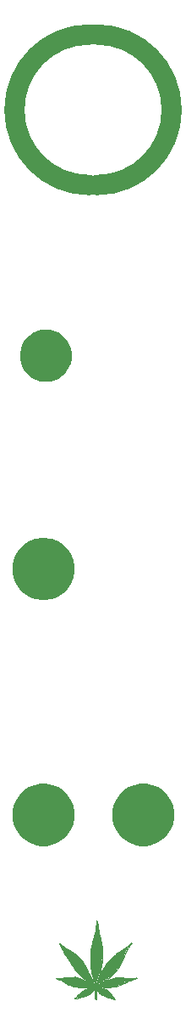
<source format=gbr>
G04 #@! TF.GenerationSoftware,KiCad,Pcbnew,(5.1.5-0)*
G04 #@! TF.CreationDate,2021-01-20T00:49:02-08:00*
G04 #@! TF.ProjectId,bong0,626f6e67-302e-46b6-9963-61645f706362,rev?*
G04 #@! TF.SameCoordinates,Original*
G04 #@! TF.FileFunction,Soldermask,Top*
G04 #@! TF.FilePolarity,Negative*
%FSLAX46Y46*%
G04 Gerber Fmt 4.6, Leading zero omitted, Abs format (unit mm)*
G04 Created by KiCad (PCBNEW (5.1.5-0)) date 2021-01-20 00:49:02*
%MOMM*%
%LPD*%
G04 APERTURE LIST*
%ADD10C,2.000000*%
%ADD11C,0.100000*%
%ADD12C,0.000002*%
%ADD13C,0.001000*%
G04 APERTURE END LIST*
D10*
X10350000Y-23000000D02*
G75*
G02X10350000Y-38000000I0J-7500000D01*
G01*
X9600000Y-38000000D02*
G75*
G02X9600000Y-23000000I0J7500000D01*
G01*
D11*
G36*
X10910400Y-117997650D02*
G01*
X11462850Y-118277050D01*
X11789875Y-118604075D01*
X11924813Y-118834263D01*
X12156588Y-119104138D01*
X11850200Y-119020000D01*
X11596200Y-118943800D01*
X11418400Y-118880300D01*
X11043750Y-118746950D01*
X10684975Y-118553275D01*
X10424625Y-118267525D01*
X10300800Y-118105600D01*
X10364300Y-118143700D01*
X10338900Y-118080200D01*
X10402400Y-117908750D01*
X10910400Y-117997650D01*
G37*
X10910400Y-117997650D02*
X11462850Y-118277050D01*
X11789875Y-118604075D01*
X11924813Y-118834263D01*
X12156588Y-119104138D01*
X11850200Y-119020000D01*
X11596200Y-118943800D01*
X11418400Y-118880300D01*
X11043750Y-118746950D01*
X10684975Y-118553275D01*
X10424625Y-118267525D01*
X10300800Y-118105600D01*
X10364300Y-118143700D01*
X10338900Y-118080200D01*
X10402400Y-117908750D01*
X10910400Y-117997650D01*
G36*
X10116650Y-118016700D02*
G01*
X9748350Y-118448500D01*
X9310200Y-118721550D01*
X8929200Y-118861250D01*
X8179900Y-119026350D01*
X8662500Y-118499300D01*
X9056200Y-118232600D01*
X9424500Y-118029400D01*
X9894400Y-117953200D01*
X9919800Y-117953200D01*
X10116650Y-118016700D01*
G37*
X10116650Y-118016700D02*
X9748350Y-118448500D01*
X9310200Y-118721550D01*
X8929200Y-118861250D01*
X8179900Y-119026350D01*
X8662500Y-118499300D01*
X9056200Y-118232600D01*
X9424500Y-118029400D01*
X9894400Y-117953200D01*
X9919800Y-117953200D01*
X10116650Y-118016700D01*
G36*
X13323400Y-116988000D02*
G01*
X13755200Y-117013400D01*
X14333207Y-117023943D01*
X13653600Y-117178500D01*
X13221800Y-117369000D01*
X12878900Y-117584900D01*
X12459800Y-117750000D01*
X11926400Y-117838900D01*
X11481900Y-117864300D01*
X10904050Y-117845250D01*
X10326200Y-117826200D01*
X10262700Y-117750000D01*
X10478600Y-117686500D01*
X10485585Y-117635700D01*
X10801815Y-117508700D01*
X11335850Y-117280100D01*
X11888300Y-117076900D01*
X12282000Y-116962600D01*
X12726500Y-116962600D01*
X13323400Y-116988000D01*
G37*
X13323400Y-116988000D02*
X13755200Y-117013400D01*
X14333207Y-117023943D01*
X13653600Y-117178500D01*
X13221800Y-117369000D01*
X12878900Y-117584900D01*
X12459800Y-117750000D01*
X11926400Y-117838900D01*
X11481900Y-117864300D01*
X10904050Y-117845250D01*
X10326200Y-117826200D01*
X10262700Y-117750000D01*
X10478600Y-117686500D01*
X10485585Y-117635700D01*
X10801815Y-117508700D01*
X11335850Y-117280100D01*
X11888300Y-117076900D01*
X12282000Y-116962600D01*
X12726500Y-116962600D01*
X13323400Y-116988000D01*
G36*
X13310700Y-114333700D02*
G01*
X13069400Y-114829000D01*
X12866200Y-115286200D01*
X12605850Y-115806900D01*
X12332800Y-116162500D01*
X12021650Y-116575250D01*
X11551750Y-116968950D01*
X11050100Y-117305500D01*
X9945200Y-117902400D01*
X9970600Y-117572200D01*
X10275400Y-117521400D01*
X10523050Y-117083250D01*
X10738950Y-116619700D01*
X10904050Y-116289500D01*
X11088200Y-115997400D01*
X11253300Y-115679900D01*
X11532700Y-115324300D01*
X11812100Y-115006800D01*
X12142300Y-114714700D01*
X12485200Y-114486100D01*
X12866200Y-114232100D01*
X13259900Y-113965400D01*
X13793300Y-113571700D01*
X13310700Y-114333700D01*
G37*
X13310700Y-114333700D02*
X13069400Y-114829000D01*
X12866200Y-115286200D01*
X12605850Y-115806900D01*
X12332800Y-116162500D01*
X12021650Y-116575250D01*
X11551750Y-116968950D01*
X11050100Y-117305500D01*
X9945200Y-117902400D01*
X9970600Y-117572200D01*
X10275400Y-117521400D01*
X10523050Y-117083250D01*
X10738950Y-116619700D01*
X10904050Y-116289500D01*
X11088200Y-115997400D01*
X11253300Y-115679900D01*
X11532700Y-115324300D01*
X11812100Y-115006800D01*
X12142300Y-114714700D01*
X12485200Y-114486100D01*
X12866200Y-114232100D01*
X13259900Y-113965400D01*
X13793300Y-113571700D01*
X13310700Y-114333700D01*
G36*
X10465900Y-112200100D02*
G01*
X10567500Y-112682700D01*
X10681800Y-113139900D01*
X10764350Y-113470100D01*
X10827850Y-113851100D01*
X10872300Y-114371800D01*
X10872300Y-114905200D01*
X10821500Y-115489400D01*
X10758000Y-116010100D01*
X10615125Y-116505400D01*
X10316675Y-117521400D01*
X10103950Y-117470600D01*
X9869000Y-116556200D01*
X9695962Y-115692600D01*
X9711837Y-114905200D01*
X9764225Y-114244800D01*
X9926150Y-113470100D01*
X10161100Y-112657300D01*
X10288100Y-111882600D01*
X10351600Y-111361900D01*
X10465900Y-112200100D01*
G37*
X10465900Y-112200100D02*
X10567500Y-112682700D01*
X10681800Y-113139900D01*
X10764350Y-113470100D01*
X10827850Y-113851100D01*
X10872300Y-114371800D01*
X10872300Y-114905200D01*
X10821500Y-115489400D01*
X10758000Y-116010100D01*
X10615125Y-116505400D01*
X10316675Y-117521400D01*
X10103950Y-117470600D01*
X9869000Y-116556200D01*
X9695962Y-115692600D01*
X9711837Y-114905200D01*
X9764225Y-114244800D01*
X9926150Y-113470100D01*
X10161100Y-112657300D01*
X10288100Y-111882600D01*
X10351600Y-111361900D01*
X10465900Y-112200100D01*
G36*
X6846400Y-113774900D02*
G01*
X7163900Y-114016200D01*
X7729050Y-114333700D01*
X8325950Y-114765500D01*
X8700600Y-115146500D01*
X9100650Y-115711650D01*
X9697550Y-116892750D01*
X9996000Y-117457900D01*
X10008700Y-117470600D01*
X9678500Y-117496000D01*
X9576900Y-117445200D01*
X9221300Y-117197550D01*
X8814900Y-116829250D01*
X8484700Y-116480000D01*
X8129100Y-116048200D01*
X7849700Y-115629100D01*
X7659200Y-115375100D01*
X7405200Y-114917900D01*
X7151200Y-114549600D01*
X6909900Y-114130500D01*
X6630500Y-113571700D01*
X6846400Y-113774900D01*
G37*
X6846400Y-113774900D02*
X7163900Y-114016200D01*
X7729050Y-114333700D01*
X8325950Y-114765500D01*
X8700600Y-115146500D01*
X9100650Y-115711650D01*
X9697550Y-116892750D01*
X9996000Y-117457900D01*
X10008700Y-117470600D01*
X9678500Y-117496000D01*
X9576900Y-117445200D01*
X9221300Y-117197550D01*
X8814900Y-116829250D01*
X8484700Y-116480000D01*
X8129100Y-116048200D01*
X7849700Y-115629100D01*
X7659200Y-115375100D01*
X7405200Y-114917900D01*
X7151200Y-114549600D01*
X6909900Y-114130500D01*
X6630500Y-113571700D01*
X6846400Y-113774900D01*
G36*
X8252925Y-116953075D02*
G01*
X8589475Y-117048325D01*
X8853000Y-117140400D01*
X9551500Y-117546800D01*
X9581980Y-117574740D01*
X9589600Y-117559500D01*
X9589600Y-117572200D01*
X9581980Y-117574740D01*
X9500700Y-117737300D01*
X9894400Y-117877000D01*
X9684850Y-117902400D01*
X9291150Y-117927800D01*
X8814900Y-117927800D01*
X8370400Y-117864300D01*
X7887800Y-117750000D01*
X7494100Y-117635700D01*
X7087700Y-117407100D01*
X6770200Y-117178500D01*
X6363800Y-117051500D01*
X7011500Y-117000700D01*
X7544900Y-116962600D01*
X8008450Y-116956250D01*
X8252925Y-116953075D01*
G37*
X8252925Y-116953075D02*
X8589475Y-117048325D01*
X8853000Y-117140400D01*
X9551500Y-117546800D01*
X9581980Y-117574740D01*
X9589600Y-117559500D01*
X9589600Y-117572200D01*
X9581980Y-117574740D01*
X9500700Y-117737300D01*
X9894400Y-117877000D01*
X9684850Y-117902400D01*
X9291150Y-117927800D01*
X8814900Y-117927800D01*
X8370400Y-117864300D01*
X7887800Y-117750000D01*
X7494100Y-117635700D01*
X7087700Y-117407100D01*
X6770200Y-117178500D01*
X6363800Y-117051500D01*
X7011500Y-117000700D01*
X7544900Y-116962600D01*
X8008450Y-116956250D01*
X8252925Y-116953075D01*
G36*
X10250000Y-117534100D02*
G01*
X10038862Y-117727775D01*
X10257937Y-117823025D01*
X11008825Y-118365950D01*
X10827850Y-118461200D01*
X10250000Y-118004000D01*
X10262700Y-119096200D01*
X10148400Y-118956500D01*
X10142050Y-118067500D01*
X10186500Y-118067500D01*
X9805500Y-117851600D01*
X9519750Y-117699200D01*
X9684850Y-117419800D01*
X10250000Y-117534100D01*
G37*
X10250000Y-117534100D02*
X10038862Y-117727775D01*
X10257937Y-117823025D01*
X11008825Y-118365950D01*
X10827850Y-118461200D01*
X10250000Y-118004000D01*
X10262700Y-119096200D01*
X10148400Y-118956500D01*
X10142050Y-118067500D01*
X10186500Y-118067500D01*
X9805500Y-117851600D01*
X9519750Y-117699200D01*
X9684850Y-117419800D01*
X10250000Y-117534100D01*
D12*
X9729586Y-115846968D02*
X9736414Y-115913404D01*
X6310628Y-117035206D02*
G75*
G02X6312745Y-117030474I8833J-1112D01*
G01*
X6312745Y-117030475D02*
G75*
G02X6317170Y-117027659I6961J-6056D01*
G01*
X6317171Y-117027659D02*
G75*
G02X6326272Y-117025641I21302J-74534D01*
G01*
X6369176Y-117019928D02*
X6326272Y-117025641D01*
X6425382Y-117014579D02*
X6369176Y-117019928D01*
X6499523Y-117009059D02*
X6425382Y-117014579D01*
X6600810Y-117002773D02*
X6499523Y-117009059D01*
X6714250Y-116995535D02*
X6600810Y-117002773D01*
X6805159Y-116988329D02*
X6714250Y-116995535D01*
X6885946Y-116980142D02*
X6805159Y-116988329D01*
X6967522Y-116969967D02*
X6885946Y-116980142D01*
X7045588Y-116960763D02*
X6967522Y-116969967D01*
X7144548Y-116951810D02*
X7045588Y-116960763D01*
X7252731Y-116943949D02*
X7144548Y-116951810D01*
X7360022Y-116938039D02*
X7252731Y-116943949D01*
X7408893Y-116935783D02*
X7360022Y-116938039D01*
X7478084Y-116932592D02*
X7408893Y-116935783D01*
X7553746Y-116929104D02*
X7478084Y-116932592D01*
X7625022Y-116925821D02*
X7553746Y-116929104D01*
X7792892Y-116918843D02*
X7625022Y-116925821D01*
X7967753Y-116913052D02*
X7792892Y-116918843D01*
X8141324Y-116908069D02*
X7967753Y-116913052D01*
X8141324Y-116908069D02*
G75*
G02X8150393Y-116910507I462J-16364D01*
G01*
X8153889Y-116911762D02*
G75*
G02X8150393Y-116910507I1209J8867D01*
G01*
X8169388Y-116913775D02*
X8153889Y-116911762D01*
X8187771Y-116915819D02*
X8169388Y-116913775D01*
X8208715Y-116917713D02*
X8187771Y-116915819D01*
X9720054Y-115737481D02*
X9722649Y-115767124D01*
X10862378Y-117897086D02*
X10907522Y-117900622D01*
X10813537Y-117893388D02*
X10862378Y-117897086D01*
X10768194Y-117890058D02*
X10813537Y-117893388D01*
X10735022Y-117887755D02*
X10768194Y-117890058D01*
X10703615Y-117885486D02*
X10735022Y-117887755D01*
X10664584Y-117882326D02*
X10703615Y-117885486D01*
X10624606Y-117878849D02*
X10664584Y-117882326D01*
X10590022Y-117875579D02*
X10624606Y-117878849D01*
X10528512Y-117870402D02*
X10590022Y-117875579D01*
X10476901Y-117868134D02*
X10528512Y-117870402D01*
X9081364Y-115630665D02*
X8952584Y-115423051D01*
X9210123Y-115860277D02*
X9081364Y-115630665D01*
X10513811Y-117894985D02*
X10475611Y-117887712D01*
X10551820Y-117901668D02*
X10513811Y-117894985D01*
X10577522Y-117905429D02*
X10551820Y-117901668D01*
X10577522Y-117905429D02*
G75*
G02X10665850Y-117921576I-96572J-777952D01*
G01*
X10792223Y-117954860D02*
X10665850Y-117921576D01*
X10931550Y-117997366D02*
X10792223Y-117954860D01*
X11065022Y-118044009D02*
X10931550Y-117997366D01*
X11108649Y-118061046D02*
X11065022Y-118044009D01*
X11154637Y-118080487D02*
X11108649Y-118061046D01*
X11202079Y-118101930D02*
X11154637Y-118080487D01*
X11250085Y-118124987D02*
X11202079Y-118101930D01*
X11250085Y-118124988D02*
G75*
G02X11402408Y-118212179I-639105J-1293158D01*
G01*
X9850081Y-116597260D02*
X9852098Y-116607528D01*
X12870021Y-115265299D02*
G75*
G02X12869743Y-115266562I-3003J0D01*
G01*
X12861209Y-115284952D02*
X12869743Y-115266562D01*
X12851523Y-115305632D02*
X12861209Y-115284952D01*
X12840022Y-115329870D02*
X12851523Y-115305632D01*
X12828521Y-115354146D02*
X12840022Y-115329870D01*
X12818834Y-115374951D02*
X12828521Y-115354146D01*
X12810385Y-115393329D02*
X12818834Y-115374951D01*
X12810021Y-115394995D02*
G75*
G02X12810385Y-115393329I3995J0D01*
G01*
X12810021Y-115394995D02*
G75*
G02X12809292Y-115398297I-7840J0D01*
G01*
X12770677Y-115481421D02*
X12809292Y-115398297D01*
X12727758Y-115573339D02*
X12770677Y-115481421D01*
X12677442Y-115680277D02*
X12727758Y-115573339D01*
X12654537Y-115728174D02*
X12677442Y-115680277D01*
X12626801Y-115784980D02*
X12654537Y-115728174D01*
X12597730Y-115843998D02*
X12626801Y-115784980D01*
X12597731Y-115843997D02*
G75*
G02X12595022Y-115847777I-12801J6311D01*
G01*
X12593589Y-115849614D02*
G75*
G02X12595022Y-115847777I8150J-4881D01*
G01*
X12590177Y-115855418D02*
X12593588Y-115849615D01*
X12586238Y-115862435D02*
X12590177Y-115855418D01*
X12582041Y-115870277D02*
X12586238Y-115862435D01*
X12573008Y-115887116D02*
X12582041Y-115870277D01*
X12562309Y-115906309D02*
X12573008Y-115887116D01*
X12551117Y-115925799D02*
X12562309Y-115906309D01*
X12540563Y-115943576D02*
X12551117Y-115925799D01*
X12536359Y-115950601D02*
X12540563Y-115943576D01*
X12529895Y-115961546D02*
X12536359Y-115950601D01*
X12522630Y-115973921D02*
X12529895Y-115961546D01*
X12515538Y-115986076D02*
X12522630Y-115973921D01*
X12515539Y-115986076D02*
G75*
G02X12426513Y-116124537I-1594117J927112D01*
G01*
X12310765Y-116278716D02*
X12426513Y-116124537D01*
X12179379Y-116435115D02*
X12310765Y-116278716D01*
X12042561Y-116580767D02*
X12179379Y-116435115D01*
X12042561Y-116580767D02*
G75*
G02X11762462Y-116838051I-2992746J2977019D01*
G01*
X11452444Y-117076945D02*
X11762462Y-116838051D01*
X11096530Y-117308868D02*
X11452444Y-117076945D01*
X10677522Y-117545384D02*
X11096530Y-117308868D01*
X10657210Y-117556206D02*
X10677522Y-117545384D01*
X10633256Y-117569049D02*
X10657210Y-117556206D01*
X10609541Y-117581825D02*
X10633256Y-117569049D01*
X10590022Y-117592411D02*
X10609541Y-117581825D01*
X10572766Y-117601769D02*
X10590022Y-117592411D01*
X10556062Y-117610749D02*
X10572766Y-117601769D01*
X10541782Y-117618359D02*
X10556062Y-117610749D01*
X10534097Y-117622337D02*
X10541782Y-117618359D01*
X10517847Y-117632144D02*
G75*
G02X10534097Y-117622337I73169J-102870D01*
G01*
X10501467Y-117645234D02*
G75*
G02X10517847Y-117632145I125077J-139731D01*
G01*
X10488112Y-117658375D02*
G75*
G02X10501467Y-117645234I145858J-134885D01*
G01*
X10485021Y-117666267D02*
G75*
G02X10488111Y-117658375I11624J0D01*
G01*
X10485871Y-117669781D02*
G75*
G02X10485022Y-117666267I6849J3514D01*
G01*
X10488155Y-117671737D02*
G75*
G02X10485870Y-117669780I1247J3768D01*
G01*
X10492397Y-117672198D02*
G75*
G02X10488155Y-117671737I-1044J10127D01*
G01*
X10499641Y-117671103D02*
G75*
G02X10492398Y-117672199I-15184J75919D01*
G01*
X10518149Y-117665366D02*
G75*
G02X10499641Y-117671104I-36945J86448D01*
G01*
X10578992Y-117639023D02*
X10518149Y-117665366D01*
X10646972Y-117608528D02*
X10578992Y-117639023D01*
X10715022Y-117576643D02*
X10646972Y-117608528D01*
X10738044Y-117565656D02*
X10715022Y-117576643D01*
X10763850Y-117553400D02*
X10738044Y-117565656D01*
X10788478Y-117541750D02*
X10763850Y-117553400D01*
X10807522Y-117532798D02*
X10788478Y-117541750D01*
X10827497Y-117523393D02*
X10807522Y-117532798D01*
X10855600Y-117510054D02*
X10827497Y-117523393D01*
X10886247Y-117495444D02*
X10855600Y-117510054D01*
X10915022Y-117481661D02*
X10886247Y-117495444D01*
X10969936Y-117455361D02*
X10915022Y-117481661D01*
X11011702Y-117435535D02*
X10969936Y-117455361D01*
X11046707Y-117419148D02*
X11011702Y-117435535D01*
X11080022Y-117403816D02*
X11046707Y-117419148D01*
X11115354Y-117387574D02*
X11080022Y-117403816D01*
X11181774Y-117356749D02*
X11115354Y-117387574D01*
X11249694Y-117325132D02*
X11181774Y-117356749D01*
X11297522Y-117302733D02*
X11249694Y-117325132D01*
X11444502Y-117234657D02*
X11297522Y-117302733D01*
X11595333Y-117166903D02*
X11444502Y-117234657D01*
X11733653Y-117106658D02*
X11595333Y-117166903D01*
X11840022Y-117062680D02*
X11733653Y-117106658D01*
X11893337Y-117041611D02*
X11840022Y-117062680D01*
X11928135Y-117028359D02*
X11893337Y-117041611D01*
X11957932Y-117017769D02*
X11928135Y-117028359D01*
X11992522Y-117006289D02*
X11957932Y-117017769D01*
X12051620Y-116988467D02*
X11992522Y-117006289D01*
X12113071Y-116972384D02*
X12051620Y-116988467D01*
X12174574Y-116958597D02*
X12113071Y-116972384D01*
X12233822Y-116947669D02*
X12174574Y-116958597D01*
X12275789Y-116941782D02*
X12233822Y-116947669D01*
X12311324Y-116938975D02*
X12275789Y-116941782D01*
X12355896Y-116938261D02*
X12311324Y-116938975D01*
X12436322Y-116939370D02*
X12355896Y-116938261D01*
X12493234Y-116940735D02*
X12436322Y-116939370D01*
X12551607Y-116942737D02*
X12493234Y-116940735D01*
X12603546Y-116945032D02*
X12551607Y-116942737D01*
X12637522Y-116947267D02*
X12603546Y-116945032D01*
X12668287Y-116949702D02*
X12637522Y-116947267D01*
X12707662Y-116952627D02*
X12668287Y-116949702D01*
X12748691Y-116955545D02*
X12707662Y-116952627D01*
X12785022Y-116957990D02*
X12748691Y-116955545D01*
X12822057Y-116960418D02*
X12785022Y-116957990D01*
X12865318Y-116963293D02*
X12822057Y-116960418D01*
X12907867Y-116966150D02*
X12865318Y-116963293D01*
X12942522Y-116968510D02*
X12907867Y-116966150D01*
X12995145Y-116970680D02*
X12942522Y-116968510D01*
X13187897Y-116973130D02*
X12995145Y-116970680D01*
X13416132Y-116975346D02*
X13187897Y-116973130D01*
X13672522Y-116976997D02*
X13416132Y-116975346D01*
X14010194Y-116978974D02*
X13672522Y-116976997D01*
X14196598Y-116980953D02*
X14010194Y-116978974D01*
X14325267Y-116983028D02*
X14196598Y-116980953D01*
X14325267Y-116983028D02*
G75*
G02X14338772Y-116986729I-500J-28318D01*
G01*
X14338772Y-116986728D02*
G75*
G02X14347766Y-116995160I-13045J-22929D01*
G01*
X14347766Y-116995160D02*
G75*
G02X14350023Y-117005412I-12281J-8079D01*
G01*
X14350023Y-117005413D02*
G75*
G02X14344871Y-117015674I-18220J2725D01*
G01*
X14344870Y-117015673D02*
G75*
G02X14333207Y-117023943I-29662J29474D01*
G01*
X14333208Y-117023944D02*
G75*
G02X14315174Y-117031131I-63623J133418D01*
G01*
X14250776Y-117051805D02*
X14315174Y-117031131D01*
X14188093Y-117071392D02*
X14250776Y-117051805D01*
X14152522Y-117081377D02*
X14188093Y-117071392D01*
X14023171Y-117118169D02*
X14152522Y-117081377D01*
X13848786Y-117175203D02*
X14023171Y-117118169D01*
X13669767Y-117238251D02*
X13848786Y-117175203D01*
X13522522Y-117295274D02*
X13669767Y-117238251D01*
X13399199Y-117348078D02*
X13522522Y-117295274D01*
X13253927Y-117414591D02*
X13399199Y-117348078D01*
X13112600Y-117482490D02*
X13253927Y-117414591D01*
X13002522Y-117539199D02*
X13112600Y-117482490D01*
X12868504Y-117610433D02*
X13002522Y-117539199D01*
X12783440Y-117652696D02*
X12868504Y-117610433D01*
X12708987Y-117685131D02*
X12783440Y-117652696D01*
X12617522Y-117720178D02*
X12708987Y-117685131D01*
X12542423Y-117747307D02*
X12617522Y-117720178D01*
X12502851Y-117760723D02*
X12542423Y-117747307D01*
X12463400Y-117772598D02*
X12502851Y-117760723D01*
X12390022Y-117793034D02*
X12463400Y-117772598D01*
X12270804Y-117822545D02*
X12390022Y-117793034D01*
X12133620Y-117850279D02*
X12270804Y-117822545D01*
X11995884Y-117873156D02*
X12133620Y-117850279D01*
X11875022Y-117887838D02*
X11995884Y-117873156D01*
X11851013Y-117890138D02*
X11875022Y-117887838D01*
X11816506Y-117893487D02*
X11851013Y-117890138D01*
X11778547Y-117897195D02*
X11816506Y-117893487D01*
X11742522Y-117900739D02*
X11778547Y-117897195D01*
X11608935Y-117908145D02*
X11742522Y-117900739D01*
X11336190Y-117909806D02*
X11608935Y-117908145D01*
X11063070Y-117907895D02*
X11336190Y-117909806D01*
X10907522Y-117900622D02*
X11063070Y-117907895D01*
X10434700Y-117867876D02*
X10476901Y-117868134D01*
X10430021Y-117872584D02*
G75*
G02X10434700Y-117867876I4709J-1D01*
G01*
X10431145Y-117874719D02*
G75*
G02X10430022Y-117872585I1466J2134D01*
G01*
X10435529Y-117877293D02*
G75*
G02X10431144Y-117874719I15819J31971D01*
G01*
X9360636Y-116138155D02*
X9344341Y-116108062D01*
X9371221Y-116157777D02*
X9360636Y-116138155D01*
X10761249Y-116533226D02*
X10714982Y-116630277D01*
X10846807Y-116362328D02*
X10761249Y-116533226D01*
X10933548Y-116191636D02*
X10846807Y-116362328D01*
X10974269Y-116116527D02*
X10933548Y-116191636D01*
X10988678Y-116091366D02*
X10974269Y-116116527D01*
X10999929Y-116071636D02*
X10988678Y-116091366D01*
X11009609Y-116054555D02*
X10999929Y-116071636D01*
X11019048Y-116037777D02*
X11009609Y-116054555D01*
X11025983Y-116025624D02*
X11019048Y-116037777D01*
X11037590Y-116005731D02*
X11025983Y-116025624D01*
X11050976Y-115982985D02*
X11037590Y-116005731D01*
X11064458Y-115960277D02*
X11050976Y-115982985D01*
X11077575Y-115938268D02*
X11064458Y-115960277D01*
X11089864Y-115917624D02*
X11077575Y-115938268D01*
X11100197Y-115900243D02*
X11089864Y-115917624D01*
X11104889Y-115892307D02*
X11100197Y-115900243D01*
X11149259Y-115820233D02*
X11104889Y-115892307D01*
X11212393Y-115723837D02*
X11149259Y-115820233D01*
X11279939Y-115624271D02*
X11212393Y-115723837D01*
X11339543Y-115540277D02*
X11279939Y-115624271D01*
X11396819Y-115463641D02*
X11339543Y-115540277D01*
X11467177Y-115373061D02*
X11396819Y-115463641D01*
X11534639Y-115288542D02*
X11467177Y-115373061D01*
X11577847Y-115237777D02*
X11534639Y-115288542D01*
X12885064Y-115231889D02*
X12894416Y-115211958D01*
X12877187Y-115248945D02*
X12885064Y-115231889D01*
X12870294Y-115264044D02*
X12877187Y-115248945D01*
X12870022Y-115265299D02*
G75*
G02X12870294Y-115264044I3026J0D01*
G01*
X9325985Y-116074222D02*
X9308037Y-116041194D01*
X9344341Y-116108062D02*
X9325985Y-116074222D01*
X12162904Y-119132618D02*
G75*
G02X12162962Y-119140934I-10582J-4233D01*
G01*
X12162961Y-119140934D02*
G75*
G02X12160571Y-119143771I-5287J2029D01*
G01*
X12160571Y-119143771D02*
G75*
G02X12155675Y-119145933I-11328J19028D01*
G01*
X12155675Y-119145934D02*
G75*
G02X12148837Y-119147326I-10822J35655D01*
G01*
X12148838Y-119147325D02*
G75*
G02X12140414Y-119147777I-8424J78322D01*
G01*
X10643609Y-116791378D02*
X10635721Y-116810277D01*
X10670843Y-116729384D02*
X10643609Y-116791378D01*
X10697720Y-116668594D02*
X10670843Y-116729384D01*
X10714982Y-116630277D02*
X10697720Y-116668594D01*
X12140414Y-119147778D02*
G75*
G02X12125921Y-119146825I0J110737D01*
G01*
X12125921Y-119146825D02*
G75*
G02X12113016Y-119143965I9971J75534D01*
G01*
X12113016Y-119143965D02*
G75*
G02X12096281Y-119137761I53575J170197D01*
G01*
X12065022Y-119124046D02*
X12096281Y-119137761D01*
X12001838Y-119097762D02*
X12065022Y-119124046D01*
X11935736Y-119074319D02*
X12001838Y-119097762D01*
X11864120Y-119052862D02*
X11935736Y-119074319D01*
X11784294Y-119032548D02*
X11864120Y-119052862D01*
X11647606Y-118999292D02*
X11784294Y-119032548D01*
X9380128Y-116174323D02*
X9371221Y-116157777D01*
X9390235Y-116193074D02*
X9380128Y-116174323D01*
X10503305Y-117136243D02*
X10494490Y-117156661D01*
X10513179Y-117112378D02*
X10503305Y-117136243D01*
X10524497Y-117084151D02*
X10513179Y-117112378D01*
X10537768Y-117050277D02*
X10524497Y-117084151D01*
X10543655Y-117035324D02*
X10537768Y-117050277D01*
X10550109Y-117019333D02*
X10543655Y-117035324D01*
X10556173Y-117004627D02*
X10550109Y-117019333D01*
X11402408Y-118212178D02*
G75*
G02X11540509Y-118315987I-743206J-1132487D01*
G01*
X11540509Y-118315987D02*
G75*
G02X11658604Y-118431641I-808447J-943632D01*
G01*
X11658604Y-118431641D02*
G75*
G02X11751099Y-118554225I-691614J-618042D01*
G01*
X11843113Y-118697827D02*
X11751099Y-118554225D01*
X11908325Y-118794131D02*
X11843113Y-118697827D01*
X11969278Y-118876381D02*
X11908325Y-118794131D01*
X12044380Y-118970045D02*
X11969278Y-118876381D01*
X12087947Y-119022822D02*
X12044380Y-118970045D01*
X12101771Y-119039809D02*
X12087947Y-119022822D01*
X12112079Y-119053035D02*
X12101771Y-119039809D01*
X9884498Y-113520277D02*
X9870636Y-113570269D01*
X10560691Y-116994082D02*
X10556173Y-117004627D01*
X10564264Y-116985606D02*
X10560691Y-116994082D01*
X10567281Y-116977667D02*
X10564264Y-116985606D01*
X10569553Y-116970959D02*
X10567281Y-116977667D01*
X10570021Y-116967966D02*
G75*
G02X10569553Y-116970959I-9805J0D01*
G01*
X10570021Y-116967965D02*
G75*
G02X10570501Y-116964968I9600J-1D01*
G01*
X10572848Y-116958209D02*
X10570501Y-116964968D01*
X10575958Y-116950210D02*
X10572848Y-116958209D01*
X10579642Y-116941661D02*
X10575958Y-116950210D01*
X10593866Y-116909784D02*
X10579642Y-116941661D01*
X10602969Y-116888632D02*
X10593866Y-116909784D01*
X10609166Y-116873491D02*
X10602969Y-116888632D01*
X10610007Y-116869082D02*
G75*
G02X10609166Y-116873491I-11749J-43D01*
G01*
X10610007Y-116869082D02*
G75*
G02X10610459Y-116866632I6738J25D01*
G01*
X10613194Y-116859786D02*
X10610459Y-116866632D01*
X10616707Y-116851673D02*
X10613194Y-116859786D01*
X10620874Y-116842777D02*
X10616707Y-116851673D01*
X10625330Y-116833430D02*
X10620874Y-116842777D01*
X10629723Y-116823949D02*
X10625330Y-116833430D01*
X10633495Y-116815577D02*
X10629723Y-116823949D01*
X10635721Y-116810277D02*
X10633495Y-116815577D01*
X12127281Y-119073316D02*
X12112079Y-119053035D01*
X12143683Y-119096689D02*
X12127281Y-119073316D01*
X12143683Y-119096690D02*
G75*
G02X12155528Y-119116666I-194982J-129113D01*
G01*
X12155528Y-119116666D02*
G75*
G02X12162903Y-119132618I-148143J-78170D01*
G01*
X11587272Y-115227192D02*
X11577847Y-115237777D01*
X11607031Y-115204856D02*
X11587272Y-115227192D01*
X11630430Y-115178361D02*
X11607031Y-115204856D01*
X11655193Y-115150277D02*
X11630430Y-115178361D01*
X11763704Y-115033304D02*
X11655193Y-115150277D01*
X11896053Y-114902079D02*
X11763704Y-115033304D01*
X12027297Y-114780085D02*
X11896053Y-114902079D01*
X12130250Y-114694220D02*
X12027297Y-114780085D01*
X12217428Y-114628727D02*
X12130250Y-114694220D01*
X12296415Y-114573278D02*
X12217428Y-114628727D01*
X12398457Y-114506351D02*
X12296415Y-114573278D01*
X12577522Y-114392769D02*
X12398457Y-114506351D01*
X12639629Y-114353344D02*
X12577522Y-114392769D01*
X12706365Y-114310469D02*
X12639629Y-114353344D01*
X12767965Y-114270471D02*
X12706365Y-114310469D01*
X12812522Y-114240991D02*
X12767965Y-114270471D01*
X12947222Y-114149298D02*
X12812522Y-114240991D01*
X13070866Y-114062251D02*
X12947222Y-114149298D01*
X13218690Y-113954774D02*
X13070866Y-114062251D01*
X13440022Y-113790957D02*
X13218690Y-113954774D01*
X13483928Y-113758350D02*
X13440022Y-113790957D01*
X13526959Y-113726446D02*
X13483928Y-113758350D01*
X13564011Y-113699020D02*
X13526959Y-113726446D01*
X13585022Y-113683543D02*
X13564011Y-113699020D01*
X13601209Y-113671646D02*
X13585022Y-113683543D01*
X13618850Y-113658643D02*
X13601209Y-113671646D01*
X13635320Y-113646471D02*
X13618850Y-113658643D01*
X13647522Y-113637414D02*
X13635320Y-113646471D01*
X13687477Y-113609270D02*
X13647522Y-113637414D01*
X13742952Y-113573208D02*
X13687477Y-113609270D01*
X13799438Y-113537759D02*
X13742952Y-113573208D01*
X13799438Y-113537760D02*
G75*
G02X13814761Y-113531269I28471J-45884D01*
G01*
X13814761Y-113531268D02*
G75*
G02X13827504Y-113529947I10974J-43717D01*
G01*
X13827504Y-113529947D02*
G75*
G02X13834070Y-113534069I-305J-7776D01*
G01*
X13834070Y-113534070D02*
G75*
G02X13834527Y-113542656I-8997J-4784D01*
G01*
X13834527Y-113542655D02*
G75*
G02X13827667Y-113555539I-63438J25510D01*
G01*
X13815329Y-113572507D02*
X13827667Y-113555539D01*
X13795976Y-113596851D02*
X13815329Y-113572507D01*
X13776429Y-113620518D02*
X13795976Y-113596851D01*
X13776429Y-113620517D02*
G75*
G02X13766963Y-113630277I-72727J61071D01*
G01*
X13749895Y-113648072D02*
G75*
G02X13766963Y-113630277I123500J-101373D01*
G01*
X13695948Y-113714257D02*
X13749895Y-113648072D01*
X13641922Y-113781904D02*
X13695948Y-113714257D01*
X13601038Y-113835277D02*
X13641922Y-113781904D01*
X13524034Y-113943698D02*
X13601038Y-113835277D01*
X13463980Y-114039678D02*
X13524034Y-113943698D01*
X13398409Y-114160452D02*
X13463980Y-114039678D01*
X13295463Y-114365277D02*
X13398409Y-114160452D01*
X13262314Y-114432396D02*
X13295463Y-114365277D01*
X13232337Y-114493418D02*
X13262314Y-114432396D01*
X13207300Y-114544652D02*
X13232337Y-114493418D01*
X13198740Y-114562777D02*
X13207300Y-114544652D01*
X13183870Y-114594997D02*
X13198740Y-114562777D01*
X13148656Y-114670485D02*
X13183870Y-114594997D01*
X13113434Y-114745815D02*
X13148656Y-114670485D01*
X13092505Y-114790277D02*
X13113434Y-114745815D01*
X13086270Y-114803483D02*
X13092505Y-114790277D01*
X13076572Y-114824090D02*
X13086270Y-114803483D01*
X13065623Y-114847387D02*
X13076572Y-114824090D01*
X13054881Y-114870277D02*
X13065623Y-114847387D01*
X13002656Y-114981614D02*
X13054881Y-114870277D01*
X12955466Y-115082138D02*
X13002656Y-114981614D01*
X12916565Y-115164935D02*
X12955466Y-115082138D01*
X12894416Y-115211958D02*
X12916565Y-115164935D01*
X9706089Y-114520173D02*
X9700432Y-114597777D01*
X9741414Y-114184273D02*
X9739359Y-114201746D01*
X9749812Y-116025277D02*
X9752112Y-116041881D01*
X7470022Y-117654199D02*
X7535345Y-117681444D01*
X7422193Y-117632386D02*
X7470022Y-117654199D01*
X7346008Y-117595116D02*
X7422193Y-117632386D01*
X7263874Y-117554229D02*
X7346008Y-117595116D01*
X8208715Y-116917712D02*
G75*
G02X8287077Y-116927867I-68767J-838110D01*
G01*
X8384167Y-116947547D02*
X8287077Y-116927867D01*
X8488541Y-116973880D02*
X8384167Y-116947547D01*
X8590022Y-117004629D02*
X8488541Y-116973880D01*
X8661345Y-117028648D02*
X8590022Y-117004629D01*
X8712918Y-117047344D02*
X8661345Y-117028648D01*
X8764767Y-117068060D02*
X8712918Y-117047344D01*
X8837522Y-117098978D02*
X8764767Y-117068060D01*
X8886095Y-117121297D02*
X8837522Y-117098978D01*
X8972054Y-117163707D02*
X8886095Y-117121297D01*
X9057800Y-117207003D02*
X8972054Y-117163707D01*
X9107522Y-117233724D02*
X9057800Y-117207003D01*
X9124485Y-117243290D02*
X9107522Y-117233724D01*
X9142381Y-117253359D02*
X9124485Y-117243290D01*
X9158665Y-117262503D02*
X9142381Y-117253359D01*
X9170022Y-117268855D02*
X9158665Y-117262503D01*
X9217579Y-117296350D02*
X9170022Y-117268855D01*
X9279264Y-117333880D02*
X9217579Y-117296350D01*
X9344127Y-117374579D02*
X9279264Y-117333880D01*
X9402522Y-117412529D02*
X9344127Y-117374579D01*
X9519621Y-117489782D02*
X9402522Y-117412529D01*
X9534217Y-117492895D02*
G75*
G02X9519621Y-117489782I-3296J20324D01*
G01*
X9535880Y-117486626D02*
G75*
G02X9534217Y-117492894I-2231J-2763D01*
G01*
X9436635Y-117406997D02*
X9535879Y-117486626D01*
X9326355Y-117318615D02*
X9436635Y-117406997D01*
X9205655Y-117221064D02*
X9326355Y-117318615D01*
X9096190Y-117132022D02*
X9205655Y-117221064D01*
X9047522Y-117091366D02*
X9096190Y-117132022D01*
X8810218Y-116878564D02*
X9047522Y-117091366D01*
X8581976Y-116653889D02*
X8810218Y-116878564D01*
X8376302Y-116431368D02*
X8581976Y-116653889D01*
X8207522Y-116225413D02*
X8376302Y-116431368D01*
X8197035Y-116211730D02*
X8207522Y-116225413D01*
X8180933Y-116190881D02*
X8197035Y-116211730D01*
X8162804Y-116167489D02*
X8180933Y-116190881D01*
X8145094Y-116144720D02*
X8162804Y-116167489D01*
X8100771Y-116086679D02*
X8145094Y-116144720D01*
X8048022Y-116015362D02*
X8100771Y-116086679D01*
X7993294Y-115939659D02*
X8048022Y-116015362D01*
X7942611Y-115867777D02*
X7993294Y-115939659D01*
X7865794Y-115755183D02*
X7942611Y-115867777D01*
X7753314Y-115586047D02*
X7865794Y-115755183D01*
X7642960Y-115418079D02*
X7753314Y-115586047D01*
X7577810Y-115315811D02*
X7642960Y-115418079D01*
X7562852Y-115291839D02*
X7577810Y-115315811D01*
X7543501Y-115261028D02*
X7562852Y-115291839D01*
X7523210Y-115228853D02*
X7543501Y-115261028D01*
X7505098Y-115200277D02*
X7523210Y-115228853D01*
X7482466Y-115164465D02*
X7505098Y-115200277D01*
X7444344Y-115103699D02*
X7482466Y-115164465D01*
X7400478Y-115033586D02*
X7444344Y-115103699D01*
X7356299Y-114962777D02*
X7400478Y-115033586D01*
X7313762Y-114894522D02*
X7356299Y-114962777D01*
X7274866Y-114832137D02*
X7313762Y-114894522D01*
X7242249Y-114779846D02*
X7274866Y-114832137D01*
X7230010Y-114760277D02*
X7242249Y-114779846D01*
X7187630Y-114691590D02*
X7230010Y-114760277D01*
X7117790Y-114576106D02*
X7187630Y-114691590D01*
X7047729Y-114459490D02*
X7117790Y-114576106D01*
X7022165Y-114415277D02*
X7047729Y-114459490D01*
X7019328Y-114410248D02*
X7022165Y-114415277D01*
X7015217Y-114403074D02*
X7019328Y-114410248D01*
X7010674Y-114395211D02*
X7015217Y-114403074D01*
X7006342Y-114387777D02*
X7010674Y-114395211D01*
X6977044Y-114337083D02*
X7006342Y-114387777D01*
X6918968Y-114235057D02*
X6977044Y-114337083D01*
X6860346Y-114131702D02*
X6918968Y-114235057D01*
X6838754Y-114092777D02*
X6860346Y-114131702D01*
X6829351Y-114075536D02*
X6838754Y-114092777D01*
X6817835Y-114054543D02*
X6829351Y-114075536D01*
X6806140Y-114033314D02*
X6817835Y-114054543D01*
X6796150Y-114015277D02*
X6806140Y-114033314D01*
X6767394Y-113960797D02*
X6796150Y-114015277D01*
X6712647Y-113850518D02*
X6767394Y-113960797D01*
X6652078Y-113727345D02*
X6712647Y-113850518D01*
X6652079Y-113727345D02*
G75*
G02X6650022Y-113718491I18028J8854D01*
G01*
X6649530Y-113715636D02*
G75*
G02X6650022Y-113718491I-8045J-2855D01*
G01*
X6647209Y-113709477D02*
X6649530Y-113715636D01*
X6644113Y-113702210D02*
X6647209Y-113709477D01*
X6640446Y-113694500D02*
X6644113Y-113702210D01*
X6640446Y-113694500D02*
G75*
G02X6625567Y-113660779I353949J176315D01*
G01*
X6612376Y-113622674D02*
X6625567Y-113660779D01*
X6602797Y-113587022D02*
X6612376Y-113622674D01*
X6602798Y-113587021D02*
G75*
G02X6600022Y-113562709I105091J24312D01*
G01*
X6600022Y-113562709D02*
G75*
G02X6602313Y-113551889I26694J0D01*
G01*
X6602313Y-113551889D02*
G75*
G02X6608734Y-113543767I19006J-8428D01*
G01*
X6608734Y-113543767D02*
G75*
G02X6618045Y-113539963I11741J-15439D01*
G01*
X6618045Y-113539963D02*
G75*
G02X6628409Y-113541121I2783J-22042D01*
G01*
X9549378Y-117499505D02*
G75*
G02X9557816Y-117505118I-42084J-72409D01*
G01*
X9543690Y-117498010D02*
G75*
G02X9549378Y-117499505I137J-11046D01*
G01*
X9542163Y-117500169D02*
G75*
G02X9543690Y-117498010I1547J525D01*
G01*
X9545021Y-117505277D02*
G75*
G02X9542163Y-117500169I12406J10295D01*
G01*
X9548004Y-117508135D02*
G75*
G02X9545022Y-117505277I10995J14458D01*
G01*
X9551808Y-117510528D02*
G75*
G02X9548004Y-117508136I11528J22553D01*
G01*
X9555813Y-117512133D02*
G75*
G02X9551808Y-117510528I6762J22671D01*
G01*
X9559384Y-117512619D02*
G75*
G02X9555813Y-117512133I-229J11691D01*
G01*
X9563439Y-117512263D02*
G75*
G02X9559384Y-117512618I-4642J29680D01*
G01*
X9564221Y-117511131D02*
G75*
G02X9563438Y-117512263I-929J-194D01*
G01*
X9563100Y-117509282D02*
G75*
G02X9564221Y-117511131I-2062J-2515D01*
G01*
X9557816Y-117505118D02*
X9563100Y-117509282D01*
X10332574Y-111319496D02*
G75*
G02X10341771Y-111310571I24520J-16067D01*
G01*
X10341771Y-111310571D02*
G75*
G02X10352879Y-111307745I10107J-16484D01*
G01*
X10352879Y-111307745D02*
G75*
G02X10363607Y-111311707I-996J-19203D01*
G01*
X10363606Y-111311707D02*
G75*
G02X10371759Y-111321527I-17650J-22947D01*
G01*
X10371760Y-111321527D02*
G75*
G02X10383695Y-111354885I-124673J-63421D01*
G01*
X10399153Y-111430779D02*
X10383695Y-111354885D01*
X10416249Y-111530893D02*
X10399153Y-111430779D01*
X10434771Y-111657777D02*
X10416249Y-111530893D01*
X10439195Y-111689649D02*
X10434771Y-111657777D01*
X10443664Y-111721324D02*
X10439195Y-111689649D01*
X10447609Y-111748853D02*
X10443664Y-111721324D01*
X10450058Y-111765277D02*
X10447609Y-111748853D01*
X10452198Y-111779274D02*
X10450058Y-111765277D01*
X10454846Y-111796746D02*
X10452198Y-111779274D01*
X10457550Y-111814693D02*
X10454846Y-111796746D01*
X10459879Y-111830277D02*
X10457550Y-111814693D01*
X10500474Y-112095675D02*
X10459879Y-111830277D01*
X10532146Y-112283530D02*
X10500474Y-112095675D01*
X10562899Y-112441341D02*
X10532146Y-112283530D01*
X10599454Y-112605379D02*
X10562899Y-112441341D01*
X10624492Y-112708731D02*
X10599454Y-112605379D01*
X10656786Y-112836990D02*
X10624492Y-112708731D01*
X10688947Y-112962230D02*
X10656786Y-112836990D01*
X10699546Y-112997777D02*
X10688947Y-112962230D01*
X10701577Y-113004390D02*
X10699546Y-112997777D01*
X10704324Y-113014684D02*
X10701577Y-113004390D01*
X10707226Y-113026332D02*
X10704324Y-113014684D01*
X10709866Y-113037777D02*
X10707226Y-113026332D01*
X10712509Y-113049406D02*
X10709866Y-113037777D01*
X10715418Y-113061606D02*
X10712509Y-113049406D01*
X10718167Y-113072654D02*
X10715418Y-113061606D01*
X10720219Y-113080277D02*
X10718167Y-113072654D01*
X10741211Y-113161306D02*
X10720219Y-113080277D01*
X10770319Y-113289530D02*
X10741211Y-113161306D01*
X10797583Y-113417148D02*
X10770319Y-113289530D01*
X10810471Y-113490277D02*
X10797583Y-113417148D01*
X10812659Y-113504272D02*
X10810471Y-113490277D01*
X10815675Y-113521746D02*
X10812659Y-113504272D01*
X10818972Y-113539692D02*
X10815675Y-113521746D01*
X10822053Y-113555277D02*
X10818972Y-113539692D01*
X10833969Y-113621401D02*
X10822053Y-113555277D01*
X10848521Y-113720705D02*
X10833969Y-113621401D01*
X10863047Y-113832002D02*
X10848521Y-113720705D01*
X10875375Y-113940277D02*
X10863047Y-113832002D01*
X10883692Y-114027355D02*
X10875375Y-113940277D01*
X10891238Y-114123355D02*
X10883692Y-114027355D01*
X10899412Y-114246795D02*
X10891238Y-114123355D01*
X10909993Y-114425277D02*
X10899412Y-114246795D01*
X10914428Y-114561801D02*
X10909993Y-114425277D01*
X10913207Y-114723699D02*
X10914428Y-114561801D01*
D13*
X10906205Y-114930188D02*
X10913207Y-114723699D01*
X10892243Y-115210277D02*
X10906205Y-114930188D01*
D12*
X10888309Y-115263260D02*
X10892243Y-115210277D01*
X10879073Y-115357488D02*
X10888309Y-115263260D01*
X10868702Y-115454897D02*
X10879073Y-115357488D01*
X10859856Y-115527777D02*
X10868702Y-115454897D01*
X10857613Y-115545020D02*
X10859856Y-115527777D01*
X10854937Y-115566012D02*
X10857613Y-115545020D01*
X10852271Y-115587241D02*
X10854937Y-115566012D01*
X10850050Y-115605277D02*
X10852271Y-115587241D01*
X10847806Y-115622962D02*
X10850050Y-115605277D01*
X10845075Y-115643074D02*
X10847806Y-115622962D01*
X10842299Y-115662476D02*
X10845075Y-115643074D01*
X10839942Y-115677777D02*
X10842299Y-115662476D01*
X10837622Y-115692744D02*
X10839942Y-115677777D01*
X10834972Y-115711012D02*
X10837622Y-115692744D01*
X10832418Y-115729518D02*
X10834972Y-115711012D01*
X10830389Y-115745277D02*
X10832418Y-115729518D01*
X10811335Y-115867675D02*
X10830389Y-115745277D01*
X10771650Y-116069623D02*
X10811335Y-115867675D01*
X10728766Y-116271371D02*
X10771650Y-116069623D01*
X10697485Y-116395277D02*
X10728766Y-116271371D01*
X10694512Y-116405948D02*
X10697485Y-116395277D01*
X10691467Y-116417340D02*
X10694512Y-116405948D01*
X10688776Y-116427807D02*
X10691467Y-116417340D01*
X10686995Y-116435277D02*
X10688776Y-116427807D01*
X10677390Y-116473770D02*
X10686995Y-116435277D01*
X10647648Y-116581388D02*
X10677390Y-116473770D01*
X10617938Y-116687284D02*
X10647648Y-116581388D01*
X10600778Y-116745277D02*
X10617938Y-116687284D01*
X10596460Y-116759274D02*
X10600778Y-116745277D01*
X10591080Y-116776746D02*
X10596460Y-116759274D01*
X10585561Y-116794693D02*
X10591080Y-116776746D01*
X10580776Y-116810277D02*
X10585561Y-116794693D01*
X10563681Y-116864093D02*
X10580776Y-116810277D01*
X10532504Y-116958295D02*
X10563681Y-116864093D01*
X10499871Y-117055470D02*
X10532504Y-116958295D01*
X10474966Y-117127777D02*
X10499871Y-117055470D01*
X10464918Y-117156638D02*
X10474966Y-117127777D01*
X10455745Y-117183387D02*
X10464918Y-117156638D01*
X10448156Y-117205862D02*
X10455745Y-117183387D01*
X10445217Y-117215277D02*
X10448156Y-117205862D01*
X10442515Y-117224002D02*
X10445217Y-117215277D01*
X10436887Y-117240861D02*
X10442515Y-117224002D01*
X10430133Y-117260670D02*
X10436887Y-117240861D01*
X10422951Y-117281307D02*
X10430133Y-117260670D01*
X10405426Y-117334707D02*
X10422951Y-117281307D01*
X10405298Y-117354677D02*
G75*
G02X10405426Y-117334707I33535J9771D01*
G01*
X10412456Y-117355327D02*
G75*
G02X10405299Y-117354677I-3451J1730D01*
G01*
X10432120Y-117312777D02*
X10412455Y-117355327D01*
X10438098Y-117298783D02*
X10432120Y-117312777D01*
X10444664Y-117283598D02*
X10438098Y-117298783D01*
X10450839Y-117269472D02*
X10444664Y-117283598D01*
X10455464Y-117259082D02*
X10450839Y-117269472D01*
X10459124Y-117250664D02*
X10455464Y-117259082D01*
X10462214Y-117242904D02*
X10459124Y-117250664D01*
X10464584Y-117236362D02*
X10462214Y-117242904D01*
X10465021Y-117233771D02*
G75*
G02X10464584Y-117236362I-7897J0D01*
G01*
X10465021Y-117233771D02*
G75*
G02X10465482Y-117231197I7424J0D01*
G01*
X10467959Y-117224785D02*
X10465482Y-117231197D01*
X10471191Y-117217186D02*
X10467959Y-117224785D01*
X10475022Y-117208958D02*
X10471191Y-117217186D01*
X10478851Y-117200659D02*
X10475022Y-117208958D01*
X10482084Y-117192840D02*
X10478851Y-117200659D01*
X10484508Y-117186216D02*
X10482084Y-117192840D01*
X10485021Y-117183153D02*
G75*
G02X10484508Y-117186216I-9398J0D01*
G01*
X10485022Y-117183153D02*
G75*
G02X10485503Y-117180064I10154J0D01*
G01*
X10487803Y-117173264D02*
X10485503Y-117180064D01*
X10490864Y-117165223D02*
X10487803Y-117173264D01*
X10494490Y-117156661D02*
X10490864Y-117165223D01*
X9264682Y-115958855D02*
X9260103Y-115950347D01*
X9264682Y-115958855D02*
G75*
G02X9265022Y-115960212I-2538J-1357D01*
G01*
X9254695Y-115940555D02*
X9248277Y-115929295D01*
X9260103Y-115950347D02*
X9254695Y-115940555D01*
X7263874Y-117554228D02*
G75*
G02X7255022Y-117547537I13556J27135D01*
G01*
X7253092Y-117545897D02*
G75*
G02X7255022Y-117547537I-5453J-8377D01*
G01*
X7245912Y-117541285D02*
X7253091Y-117545898D01*
X7237281Y-117535930D02*
X7245912Y-117541285D01*
X7227522Y-117530101D02*
X7237281Y-117535930D01*
X7217356Y-117524103D02*
X7227522Y-117530101D01*
X7207487Y-117518234D02*
X7217356Y-117524103D01*
X7199047Y-117513177D02*
X7207487Y-117518234D01*
X7194424Y-117510341D02*
X7199047Y-117513177D01*
X7190259Y-117507797D02*
X7194424Y-117510341D01*
X7184094Y-117504150D02*
X7190259Y-117507797D01*
X7177233Y-117500155D02*
X7184094Y-117504150D01*
X7170629Y-117496375D02*
X7177233Y-117500155D01*
X7170629Y-117496375D02*
G75*
G02X7160474Y-117489975I63669J112281D01*
G01*
X7132016Y-117470005D02*
X7160474Y-117489975D01*
X7098261Y-117445940D02*
X7132016Y-117470005D01*
X7061226Y-117419103D02*
X7098261Y-117445940D01*
X6883114Y-117296773D02*
X7061226Y-117419103D01*
X6736099Y-117213678D02*
G75*
G02X6883114Y-117296773I-631554J-1288984D01*
G01*
X6576951Y-117146610D02*
G75*
G02X6736098Y-117213679I-510715J-1434241D01*
G01*
X6358826Y-117074954D02*
X6576951Y-117146611D01*
X6326926Y-117065042D02*
X6358826Y-117074954D01*
X6326927Y-117065042D02*
G75*
G02X6316329Y-117060106I14167J44263D01*
G01*
X6316329Y-117060106D02*
G75*
G02X6311681Y-117054159I5938J9430D01*
G01*
X6311681Y-117054159D02*
G75*
G02X6310076Y-117044254I30438J10015D01*
G01*
X6310076Y-117044254D02*
G75*
G02X6310628Y-117035206I70514J241D01*
G01*
X11535632Y-118969595D02*
X11647606Y-118999292D01*
X11448054Y-118943690D02*
X11535632Y-118969595D01*
X11448055Y-118943690D02*
G75*
G02X11392522Y-118923101I169046J541143D01*
G01*
X11387486Y-118921027D02*
X11392522Y-118923101D01*
X11380318Y-118918265D02*
X11387486Y-118921027D01*
X11372455Y-118915344D02*
X11380318Y-118918265D01*
X11365022Y-118912696D02*
X11372455Y-118915344D01*
X11357177Y-118909863D02*
X11365022Y-118912696D01*
X11348034Y-118906363D02*
X11357177Y-118909863D01*
X11339059Y-118902778D02*
X11348034Y-118906363D01*
X11331766Y-118899691D02*
X11339059Y-118902778D01*
X11325511Y-118897043D02*
X11331766Y-118899691D01*
X11319752Y-118894808D02*
X11325511Y-118897043D01*
X11314899Y-118893092D02*
X11319752Y-118894808D01*
X11312993Y-118892777D02*
G75*
G02X11314899Y-118893092I0J-5933D01*
G01*
X11312993Y-118892778D02*
G75*
G02X11309189Y-118892029I0J10037D01*
G01*
X11214667Y-118853305D02*
X11309189Y-118892029D01*
X11131032Y-118818860D02*
X11214667Y-118853305D01*
X11085022Y-118799343D02*
X11131032Y-118818860D01*
X11034226Y-118776283D02*
X11085022Y-118799343D01*
X10964035Y-118742512D02*
X11034226Y-118776283D01*
X10896005Y-118708811D02*
X10964035Y-118742512D01*
X10860022Y-118689386D02*
X10896005Y-118708811D01*
X10834250Y-118674488D02*
X10860022Y-118689386D01*
X10815712Y-118663819D02*
X10834250Y-118674488D01*
X10802040Y-118656010D02*
X10815712Y-118663819D01*
X10792522Y-118650665D02*
X10802040Y-118656010D01*
X10752423Y-118626144D02*
X10792522Y-118650665D01*
X10702352Y-118591071D02*
X10752423Y-118626144D01*
X10649465Y-118550893D02*
X10702352Y-118591071D01*
X10600022Y-118510105D02*
X10649465Y-118550893D01*
X10600022Y-118510106D02*
G75*
G02X10520238Y-118433873I695822J808099D01*
G01*
X10520238Y-118433873D02*
G75*
G02X10448595Y-118349661I781638J737557D01*
G01*
X10448596Y-118349661D02*
G75*
G02X10385002Y-118257259I878955J673003D01*
G01*
X10385001Y-118257258D02*
G75*
G02X10329292Y-118156527I1044989J643704D01*
G01*
X10316672Y-118132136D02*
X10329292Y-118156527D01*
X10308836Y-118121479D02*
G75*
G02X10316672Y-118132136I-34612J-33661D01*
G01*
X10302757Y-118119559D02*
G75*
G02X10308835Y-118121478I1254J-6611D01*
G01*
X10297112Y-118123439D02*
G75*
G02X10302758Y-118119558I7228J-4468D01*
G01*
X10295653Y-118128424D02*
G75*
G02X10297112Y-118123440I9773J-154D01*
G01*
X10293420Y-118271549D02*
X10295654Y-118128424D01*
X10291301Y-118431187D02*
X10293420Y-118271549D01*
X10289456Y-118619690D02*
X10291301Y-118431187D01*
X10287665Y-118808576D02*
X10289456Y-118619690D01*
X10285717Y-118969472D02*
X10287665Y-118808576D01*
X10283721Y-119112425D02*
X10285717Y-118969472D01*
X10283721Y-119112424D02*
G75*
G02X10282565Y-119121527I-41009J581D01*
G01*
X10282565Y-119121527D02*
G75*
G02X10281012Y-119125830I-20606J5007D01*
G01*
X10281011Y-119125830D02*
G75*
G02X10278627Y-119129473I-15676J7660D01*
G01*
X10278628Y-119129473D02*
G75*
G02X10275815Y-119131944I-9855J8380D01*
G01*
X10275814Y-119131943D02*
G75*
G02X10272998Y-119132777I-2816J4339D01*
G01*
X10272998Y-119132778D02*
G75*
G02X10268527Y-119131046I0J6637D01*
G01*
X10245478Y-119109837D02*
X10268527Y-119131046D01*
X10219013Y-119084616D02*
X10245478Y-119109837D01*
X10188906Y-119054683D02*
X10219013Y-119084616D01*
X10111648Y-118976588D02*
X10188906Y-119054683D01*
X10108335Y-118676359D02*
X10111648Y-118976588D01*
X10107066Y-118551023D02*
X10108335Y-118676359D01*
X10105995Y-118422704D02*
X10107066Y-118551023D01*
X10105237Y-118308674D02*
X10105995Y-118422704D01*
X10105022Y-118234454D02*
X10105237Y-118308674D01*
X10104720Y-118173849D02*
X10105022Y-118234454D01*
X10103728Y-118129717D02*
X10104720Y-118173849D01*
X10102369Y-118094990D02*
X10103728Y-118129717D01*
X10100060Y-118092777D02*
G75*
G02X10102369Y-118094990I-1J-2312D01*
G01*
X10097054Y-118094088D02*
G75*
G02X10100059Y-118092777I3005J-2787D01*
G01*
X10086630Y-118105560D02*
X10097055Y-118094089D01*
X10074618Y-118119615D02*
X10086630Y-118105560D01*
X10061309Y-118136292D02*
X10074618Y-118119615D01*
X9969679Y-118246929D02*
X10061309Y-118136292D01*
X9871336Y-118351497D02*
X9969679Y-118246929D01*
X9772618Y-118443723D02*
X9871336Y-118351497D01*
X9772618Y-118443723D02*
G75*
G02X9680022Y-118516907I-785138J898227D01*
G01*
X9543872Y-118607727D02*
X9680022Y-118516907D01*
X9410543Y-118684003D02*
X9543872Y-118607727D01*
X9270115Y-118750989D02*
X9410543Y-118684003D01*
X9112522Y-118813854D02*
X9270115Y-118750989D01*
X9056592Y-118833017D02*
X9112522Y-118813854D01*
X8964001Y-118862067D02*
X9056592Y-118833017D01*
X8870530Y-118890489D02*
X8964001Y-118862067D01*
X8870531Y-118890489D02*
G75*
G02X8835022Y-118899348I-111894J372905D01*
G01*
X8825788Y-118901427D02*
X8835022Y-118899348D01*
X8776256Y-118913853D02*
X8825788Y-118901427D01*
X8718574Y-118928414D02*
X8776256Y-118913853D01*
X8652522Y-118945214D02*
X8718574Y-118928414D01*
X8585223Y-118962309D02*
X8652522Y-118945214D01*
X8523647Y-118977802D02*
X8585223Y-118962309D01*
X8472000Y-118990673D02*
X8523647Y-118977802D01*
X8452522Y-118995258D02*
X8472000Y-118990673D01*
X8439392Y-118998201D02*
X8452522Y-118995258D01*
X8424725Y-119001527D02*
X8439392Y-118998201D01*
X8410765Y-119004724D02*
X8424725Y-119001527D01*
X8400022Y-119007222D02*
X8410765Y-119004724D01*
X8376495Y-119012411D02*
X8400022Y-119007222D01*
X8319890Y-119024006D02*
X8376495Y-119012411D01*
X8256655Y-119036751D02*
X8319890Y-119024006D01*
X8196570Y-119048613D02*
X8256655Y-119036751D01*
X8180754Y-119051291D02*
X8196570Y-119048613D01*
X8180754Y-119051291D02*
G75*
G02X8169488Y-119052124I-11660J81132D01*
G01*
X8169487Y-119052124D02*
G75*
G02X8160662Y-119051315I-221J46104D01*
G01*
X8160662Y-119051315D02*
G75*
G02X8152820Y-119048823I6419J33790D01*
G01*
X8152820Y-119048822D02*
G75*
G02X8143799Y-119035506I6402J14050D01*
G01*
X8143799Y-119035506D02*
G75*
G02X8149252Y-119016313I31269J1487D01*
G01*
X8149252Y-119016313D02*
G75*
G02X8177331Y-118981110I257590J-176662D01*
G01*
X8259998Y-118892550D02*
X8177331Y-118981110D01*
X8297172Y-118853045D02*
X8259998Y-118892550D01*
X8336499Y-118811019D02*
X8297172Y-118853045D01*
X8372351Y-118772510D02*
X8336499Y-118811019D01*
X8397522Y-118745213D02*
X8372351Y-118772510D01*
X8440178Y-118699392D02*
X8397522Y-118745213D01*
X8476361Y-118662256D02*
X8440178Y-118699392D01*
X8513224Y-118626564D02*
X8476361Y-118662256D01*
X8557926Y-118585277D02*
X8513224Y-118626564D01*
X8577115Y-118567823D02*
X8557926Y-118585277D01*
X8593687Y-118552653D02*
X8577115Y-118567823D01*
X8608008Y-118539477D02*
X8593687Y-118552653D01*
X8610021Y-118537406D02*
G75*
G02X8608008Y-118539477I-19819J17259D01*
G01*
X8610021Y-118537407D02*
G75*
G02X8612103Y-118535349I14795J-12883D01*
G01*
X8630147Y-118520015D02*
X8612103Y-118535349D01*
X8650885Y-118502487D02*
X8630147Y-118520015D01*
X8675022Y-118482231D02*
X8650885Y-118502487D01*
X8780470Y-118397248D02*
X8675022Y-118482231D01*
X8880076Y-118323754D02*
X8780470Y-118397248D01*
X8980113Y-118257287D02*
X8880076Y-118323754D01*
X9086795Y-118193515D02*
X8980113Y-118257287D01*
X9120714Y-118175268D02*
X9086795Y-118193515D01*
X9176262Y-118147389D02*
X9120714Y-118175268D01*
X9232493Y-118119994D02*
X9176262Y-118147389D01*
X9270022Y-118102890D02*
X9232493Y-118119994D01*
X9309757Y-118085775D02*
X9270022Y-118102890D01*
X9329737Y-118077382D02*
X9309757Y-118085775D01*
X9345779Y-118071025D02*
X9329737Y-118077382D01*
X9366272Y-118063347D02*
X9345779Y-118071025D01*
X9379186Y-118058599D02*
X9366272Y-118063347D01*
X9394287Y-118053046D02*
X9379186Y-118058599D01*
X9409151Y-118047580D02*
X9394287Y-118053046D01*
X9421272Y-118043122D02*
X9409151Y-118047580D01*
X9456104Y-118031114D02*
X9421272Y-118043122D01*
X9513274Y-118013030D02*
X9456104Y-118031114D01*
X9570340Y-117995577D02*
X9513274Y-118013030D01*
X9597522Y-117988372D02*
X9570340Y-117995577D01*
X9653341Y-117974277D02*
X9597522Y-117988372D01*
X9718904Y-117955292D02*
X9653341Y-117974277D01*
X9780034Y-117936296D02*
X9718904Y-117955292D01*
X9779691Y-117933050D02*
G75*
G02X9780034Y-117936296I-161J-1658D01*
G01*
X9777681Y-117933099D02*
G75*
G02X9779690Y-117933051I1204J-8298D01*
G01*
X9769709Y-117934287D02*
X9777681Y-117933099D01*
X9760305Y-117935799D02*
X9769709Y-117934287D01*
X9749690Y-117937644D02*
X9760305Y-117935799D01*
X9724754Y-117941359D02*
X9749690Y-117937644D01*
X9680359Y-117946376D02*
X9724754Y-117941359D01*
X9615074Y-117953070D02*
X9680359Y-117946376D01*
X9513645Y-117962894D02*
X9615074Y-117953070D01*
X9485352Y-117965035D02*
X9513645Y-117962894D01*
X9431795Y-117967839D02*
X9485352Y-117965035D01*
X9368915Y-117970681D02*
X9431795Y-117967839D01*
X9303645Y-117973169D02*
X9368915Y-117970681D01*
X9158340Y-117976041D02*
X9303645Y-117973169D01*
X9031748Y-117973781D02*
X9158340Y-117976041D01*
X8886661Y-117965269D02*
X9031748Y-117973781D01*
X8675022Y-117947707D02*
X8886661Y-117965269D01*
X8614771Y-117941119D02*
X8675022Y-117947707D01*
X8531738Y-117929690D02*
X8614771Y-117941119D01*
X8434250Y-117914788D02*
X8531738Y-117929690D01*
X8327522Y-117897109D02*
X8434250Y-117914788D01*
X8221857Y-117877377D02*
X8327522Y-117897109D01*
X8104034Y-117852215D02*
X8221857Y-117877377D01*
X7987305Y-117824654D02*
X8104034Y-117852215D01*
X7885022Y-117797637D02*
X7987305Y-117824654D01*
X7869381Y-117793300D02*
X7885022Y-117797637D01*
X7853397Y-117788981D02*
X7869381Y-117793300D01*
X7839207Y-117785245D02*
X7853397Y-117788981D01*
X7830022Y-117782966D02*
X7839207Y-117785245D01*
X7821722Y-117780851D02*
X7830022Y-117782966D01*
X7811053Y-117777839D02*
X7821722Y-117780851D01*
X7799914Y-117774499D02*
X7811053Y-117777839D01*
X7790022Y-117771321D02*
X7799914Y-117774499D01*
X7778663Y-117767567D02*
X7790022Y-117771321D01*
X7762381Y-117762256D02*
X7778663Y-117767567D01*
X7744485Y-117756458D02*
X7762381Y-117762256D01*
X7727522Y-117751004D02*
X7744485Y-117756458D01*
X7663400Y-117729584D02*
X7727522Y-117751004D01*
X7599573Y-117706485D02*
X7663400Y-117729584D01*
X7535345Y-117681444D02*
X7599573Y-117706485D01*
X10441588Y-117879800D02*
G75*
G02X10435529Y-117877293I15601J46284D01*
G01*
X10448772Y-117881862D02*
G75*
G02X10441589Y-117879800I19033J79840D01*
G01*
X10475611Y-117887712D02*
X10448772Y-117881862D01*
X6628409Y-113541121D02*
G75*
G02X6643800Y-113549519I-19851J-54684D01*
G01*
X6683573Y-113580444D02*
X6643800Y-113549519D01*
X6730950Y-113619163D02*
X6683573Y-113580444D01*
X6783636Y-113664359D02*
X6730950Y-113619163D01*
X6948174Y-113802127D02*
X6783636Y-113664359D01*
X7093791Y-113910502D02*
X6948174Y-113802127D01*
X7262714Y-114019733D02*
X7093791Y-113910502D01*
X7507522Y-114164069D02*
X7262714Y-114019733D01*
X9821306Y-113756615D02*
X9797577Y-113865220D01*
X9744593Y-114156118D02*
X9742916Y-114170277D01*
X9536280Y-116470659D02*
X9496362Y-116392777D01*
X9650735Y-116699065D02*
X9536280Y-116470659D01*
X9843793Y-113672863D02*
X9840420Y-113685871D01*
X9859796Y-116640277D02*
X9862223Y-116649554D01*
X8230696Y-114646196D02*
X8199731Y-114621569D01*
X8284121Y-114690261D02*
X8230696Y-114646196D01*
X9905296Y-113449293D02*
X9890717Y-113498596D01*
X9291545Y-116010738D02*
X9277657Y-115984784D01*
X9308037Y-116041194D02*
X9291545Y-116010738D01*
X9857389Y-116630966D02*
X9859796Y-116640277D01*
X9780667Y-116962450D02*
G75*
G02X9780022Y-116959625I5867J2825D01*
G01*
X9820128Y-117044375D02*
X9780666Y-116962451D01*
X9743686Y-115978002D02*
X9749812Y-116025277D01*
X9840420Y-113685871D02*
X9837276Y-113697511D01*
X9860559Y-113607297D02*
X9852925Y-113636256D01*
X9872102Y-116693678D02*
X9875424Y-116708215D01*
X9869792Y-116682777D02*
X9872102Y-116693678D01*
X9867434Y-117142202D02*
X9820128Y-117044375D01*
X9930900Y-117272769D02*
X9867434Y-117142202D01*
X10244836Y-111845277D02*
X10233743Y-111938355D01*
X8640510Y-115019449D02*
X8557249Y-114934817D01*
X8707941Y-115093323D02*
X8640510Y-115019449D01*
X9265378Y-115961643D02*
G75*
G02X9265022Y-115960212I2699J1431D01*
G01*
X9277657Y-115984784D02*
X9265377Y-115961643D01*
X9707431Y-115584943D02*
X9710146Y-115624262D01*
X9686197Y-115040776D02*
X9691200Y-115260800D01*
X7562323Y-114195700D02*
X7507522Y-114164069D01*
X7615350Y-114226582D02*
X7562323Y-114195700D01*
X7660594Y-114253170D02*
X7615350Y-114226582D01*
X9712884Y-115660118D02*
X9715155Y-115685277D01*
X10314571Y-111363376D02*
G75*
G02X10332574Y-111319496I122645J-24684D01*
G01*
X10233743Y-111938355D02*
X10216692Y-112068323D01*
X10216692Y-112068323D02*
X10198247Y-112202128D01*
X10198247Y-112202128D02*
X10182296Y-112310277D01*
X9844799Y-116571609D02*
X9847913Y-116586189D01*
X9922754Y-113390648D02*
X9905296Y-113449293D01*
X9915004Y-116866641D02*
X9938021Y-116955658D01*
X9902687Y-116817777D02*
X9915004Y-116866641D01*
X9689221Y-114835430D02*
X9686197Y-115040776D01*
X9747211Y-114138074D02*
X9744593Y-114156118D01*
X9846912Y-113660277D02*
X9843793Y-113672863D01*
X8341890Y-114738546D02*
X8284121Y-114690261D01*
X8392522Y-114781589D02*
X8341890Y-114738546D01*
X9890717Y-113498596D02*
X9884498Y-113520277D01*
X9796332Y-116332567D02*
X9819739Y-116458706D01*
X9722649Y-115767124D02*
X9724772Y-115792777D01*
X9852098Y-116607528D02*
X9854678Y-116619391D01*
X9870636Y-113570269D02*
X9860559Y-113607297D01*
X9862223Y-116649554D02*
X9864997Y-116661012D01*
X10024298Y-113040004D02*
X9941595Y-113327777D01*
X9774401Y-116203232D02*
X9796332Y-116332567D01*
X9736414Y-115913404D02*
X9743686Y-115978002D01*
X7685022Y-114267924D02*
X7660594Y-114253170D01*
X7702943Y-114278971D02*
X7685022Y-114267924D01*
X7721647Y-114290441D02*
X7702943Y-114278971D01*
X7738524Y-114300743D02*
X7721647Y-114290441D01*
X7750022Y-114307694D02*
X7738524Y-114300743D01*
X9847913Y-116586189D02*
X9850081Y-116597260D01*
X9705160Y-115547777D02*
X9707431Y-115584943D01*
X10141058Y-112546192D02*
X10089522Y-112784580D01*
X9852925Y-113636256D02*
X9846912Y-113660277D01*
X10182296Y-112310277D02*
X10141058Y-112546192D01*
X9864997Y-116661012D02*
X9867668Y-116672709D01*
X9715155Y-115685277D02*
X9717410Y-115708549D01*
X9760387Y-116105277D02*
X9774401Y-116203232D01*
X9897592Y-116797213D02*
X9902687Y-116817777D01*
X9891964Y-116774684D02*
X9897592Y-116797213D01*
X8088770Y-114538408D02*
X7962111Y-114448124D01*
X8199731Y-114621569D02*
X8088770Y-114538408D01*
X9716010Y-114410768D02*
X9706089Y-114520173D01*
X9835002Y-113705277D02*
X9821306Y-113756615D01*
X9240348Y-115915352D02*
X9230163Y-115897052D01*
X9248277Y-115929295D02*
X9240348Y-115915352D01*
X9425179Y-116257925D02*
X9407627Y-116225277D01*
X9446050Y-116297166D02*
X9425179Y-116257925D01*
X10043771Y-117453775D02*
G75*
G02X10028450Y-117454191I-7814J5438D01*
G01*
X10051642Y-117427617D02*
G75*
G02X10043772Y-117453776I-43965J-1036D01*
G01*
X9841336Y-116556189D02*
X9844799Y-116571609D01*
X9754965Y-116063215D02*
X9757876Y-116085494D01*
X9750258Y-114119324D02*
X9747211Y-114138074D01*
X9742916Y-114170277D02*
X9741414Y-114184273D01*
X9724772Y-115792777D02*
X9729586Y-115846968D01*
X9469842Y-116342235D02*
X9446050Y-116297166D01*
X9496362Y-116392777D02*
X9469842Y-116342235D01*
X9726782Y-114303128D02*
X9716010Y-114410768D01*
X10089522Y-112784580D02*
X10024298Y-113040004D01*
X9797577Y-113865220D02*
X9775096Y-113974104D01*
X9779044Y-116955488D02*
X9650735Y-116699065D01*
X9779045Y-116955488D02*
G75*
G02X9780022Y-116959625I-8269J-4137D01*
G01*
X7840998Y-114365371D02*
X7750022Y-114307694D01*
X7962111Y-114448124D02*
X7840998Y-114365371D01*
X8826981Y-115242044D02*
X8707941Y-115093323D01*
X8952584Y-115423051D02*
X8826981Y-115242044D01*
X9775096Y-113974104D02*
X9764785Y-114035277D01*
X9941595Y-113327777D02*
X9922754Y-113390648D01*
X9717410Y-115708549D02*
X9720054Y-115737481D01*
X9753300Y-114102777D02*
X9750258Y-114119324D01*
X9762686Y-114049437D02*
X9759713Y-114067481D01*
X9735041Y-114235277D02*
X9726782Y-114303128D01*
X10012789Y-117240486D02*
X10034316Y-117328882D01*
X9979915Y-117115277D02*
X10012789Y-117240486D01*
X9879114Y-116723688D02*
X9882635Y-116737777D01*
X9875424Y-116708215D02*
X9879114Y-116723688D01*
X9838031Y-116542260D02*
X9841336Y-116556189D01*
X9756422Y-114086231D02*
X9753300Y-114102777D01*
X10292634Y-111482589D02*
X10269274Y-111640793D01*
X9739359Y-114201746D02*
X9737122Y-114219693D01*
X9854678Y-116619391D02*
X9857389Y-116630966D01*
X9819739Y-116458706D02*
X9838031Y-116542260D01*
X9700432Y-114597777D02*
X9689221Y-114835430D01*
X10314571Y-111363377D02*
X10292634Y-111482589D01*
X9764785Y-114035277D02*
X9762686Y-114049437D01*
X9961965Y-117047481D02*
X9979915Y-117115277D01*
X9938021Y-116955658D02*
X9961965Y-117047481D01*
X9757876Y-116085494D02*
X9760387Y-116105277D01*
X9886652Y-116753561D02*
X9891964Y-116774684D01*
X9882635Y-116737777D02*
X9886652Y-116753561D01*
X9710146Y-115624262D02*
X9712884Y-115660118D01*
X10047789Y-117392241D02*
G75*
G02X10051641Y-117427617I-205937J-40320D01*
G01*
X10034316Y-117328882D02*
X10047790Y-117392241D01*
X9399971Y-116211116D02*
X9390235Y-116193074D01*
X9407627Y-116225277D02*
X9399971Y-116211116D01*
X9867668Y-116672709D02*
X9869792Y-116682777D01*
X9759713Y-114067481D02*
X9756422Y-114086231D01*
X8470584Y-114851527D02*
X8392522Y-114781589D01*
X8557249Y-114934817D02*
X8470584Y-114851527D01*
X9752112Y-116041881D02*
X9754965Y-116063215D01*
X9737122Y-114219693D02*
X9735041Y-114235277D01*
X9837276Y-113697511D02*
X9835002Y-113705277D01*
X10269274Y-111640793D02*
X10244836Y-111845277D01*
X9219544Y-115877713D02*
X9210123Y-115860277D01*
X9230163Y-115897052D02*
X9219544Y-115877713D01*
X9995824Y-117402971D02*
X9930900Y-117272769D01*
X10028449Y-117454191D02*
G75*
G02X9995824Y-117402971I252153J196613D01*
G01*
X9691200Y-115260800D02*
X9705160Y-115547777D01*
D11*
G36*
X15604975Y-97708585D02*
G01*
X15904528Y-97768170D01*
X16468874Y-98001930D01*
X16976772Y-98341296D01*
X17408704Y-98773228D01*
X17748070Y-99281126D01*
X17981830Y-99845472D01*
X18101000Y-100444578D01*
X18101000Y-101055422D01*
X17981830Y-101654528D01*
X17748070Y-102218874D01*
X17408704Y-102726772D01*
X16976772Y-103158704D01*
X16468874Y-103498070D01*
X15904528Y-103731830D01*
X15604975Y-103791415D01*
X15305423Y-103851000D01*
X14694577Y-103851000D01*
X14395025Y-103791415D01*
X14095472Y-103731830D01*
X13531126Y-103498070D01*
X13023228Y-103158704D01*
X12591296Y-102726772D01*
X12251930Y-102218874D01*
X12018170Y-101654528D01*
X11899000Y-101055422D01*
X11899000Y-100444578D01*
X12018170Y-99845472D01*
X12251930Y-99281126D01*
X12591296Y-98773228D01*
X13023228Y-98341296D01*
X13531126Y-98001930D01*
X14095472Y-97768170D01*
X14395025Y-97708585D01*
X14694577Y-97649000D01*
X15305423Y-97649000D01*
X15604975Y-97708585D01*
G37*
G36*
X5604975Y-97708585D02*
G01*
X5904528Y-97768170D01*
X6468874Y-98001930D01*
X6976772Y-98341296D01*
X7408704Y-98773228D01*
X7748070Y-99281126D01*
X7981830Y-99845472D01*
X8101000Y-100444578D01*
X8101000Y-101055422D01*
X7981830Y-101654528D01*
X7748070Y-102218874D01*
X7408704Y-102726772D01*
X6976772Y-103158704D01*
X6468874Y-103498070D01*
X5904528Y-103731830D01*
X5604975Y-103791415D01*
X5305423Y-103851000D01*
X4694577Y-103851000D01*
X4395025Y-103791415D01*
X4095472Y-103731830D01*
X3531126Y-103498070D01*
X3023228Y-103158704D01*
X2591296Y-102726772D01*
X2251930Y-102218874D01*
X2018170Y-101654528D01*
X1899000Y-101055422D01*
X1899000Y-100444578D01*
X2018170Y-99845472D01*
X2251930Y-99281126D01*
X2591296Y-98773228D01*
X3023228Y-98341296D01*
X3531126Y-98001930D01*
X4095472Y-97768170D01*
X4395025Y-97708585D01*
X4694577Y-97649000D01*
X5305423Y-97649000D01*
X5604975Y-97708585D01*
G37*
G36*
X5604975Y-73208585D02*
G01*
X5904528Y-73268170D01*
X6468874Y-73501930D01*
X6976772Y-73841296D01*
X7408704Y-74273228D01*
X7748070Y-74781126D01*
X7981830Y-75345472D01*
X8101000Y-75944578D01*
X8101000Y-76555422D01*
X7981830Y-77154528D01*
X7748070Y-77718874D01*
X7408704Y-78226772D01*
X6976772Y-78658704D01*
X6468874Y-78998070D01*
X5904528Y-79231830D01*
X5604975Y-79291415D01*
X5305423Y-79351000D01*
X4694577Y-79351000D01*
X4395025Y-79291415D01*
X4095472Y-79231830D01*
X3531126Y-78998070D01*
X3023228Y-78658704D01*
X2591296Y-78226772D01*
X2251930Y-77718874D01*
X2018170Y-77154528D01*
X1899000Y-76555422D01*
X1899000Y-75944578D01*
X2018170Y-75345472D01*
X2251930Y-74781126D01*
X2591296Y-74273228D01*
X3023228Y-73841296D01*
X3531126Y-73501930D01*
X4095472Y-73268170D01*
X4395025Y-73208585D01*
X4694577Y-73149000D01*
X5305423Y-73149000D01*
X5604975Y-73208585D01*
G37*
G36*
X5757430Y-52448978D02*
G01*
X6008684Y-52498955D01*
X6204752Y-52580169D01*
X6482034Y-52695023D01*
X6482035Y-52695024D01*
X6908041Y-52979671D01*
X7270329Y-53341959D01*
X7460524Y-53626607D01*
X7554977Y-53767966D01*
X7751045Y-54241317D01*
X7851000Y-54743823D01*
X7851000Y-55256177D01*
X7751045Y-55758683D01*
X7554977Y-56232034D01*
X7554976Y-56232035D01*
X7270329Y-56658041D01*
X6908041Y-57020329D01*
X6623393Y-57210524D01*
X6482034Y-57304977D01*
X6204752Y-57419831D01*
X6008684Y-57501045D01*
X5757430Y-57551023D01*
X5506177Y-57601000D01*
X4993823Y-57601000D01*
X4742570Y-57551023D01*
X4491316Y-57501045D01*
X4295248Y-57419831D01*
X4017966Y-57304977D01*
X3876607Y-57210524D01*
X3591959Y-57020329D01*
X3229671Y-56658041D01*
X2945024Y-56232035D01*
X2945023Y-56232034D01*
X2748955Y-55758683D01*
X2649000Y-55256177D01*
X2649000Y-54743823D01*
X2748955Y-54241317D01*
X2945023Y-53767966D01*
X3039476Y-53626607D01*
X3229671Y-53341959D01*
X3591959Y-52979671D01*
X4017965Y-52695024D01*
X4017966Y-52695023D01*
X4295248Y-52580169D01*
X4491316Y-52498955D01*
X4742570Y-52448978D01*
X4993823Y-52399000D01*
X5506177Y-52399000D01*
X5757430Y-52448978D01*
G37*
M02*

</source>
